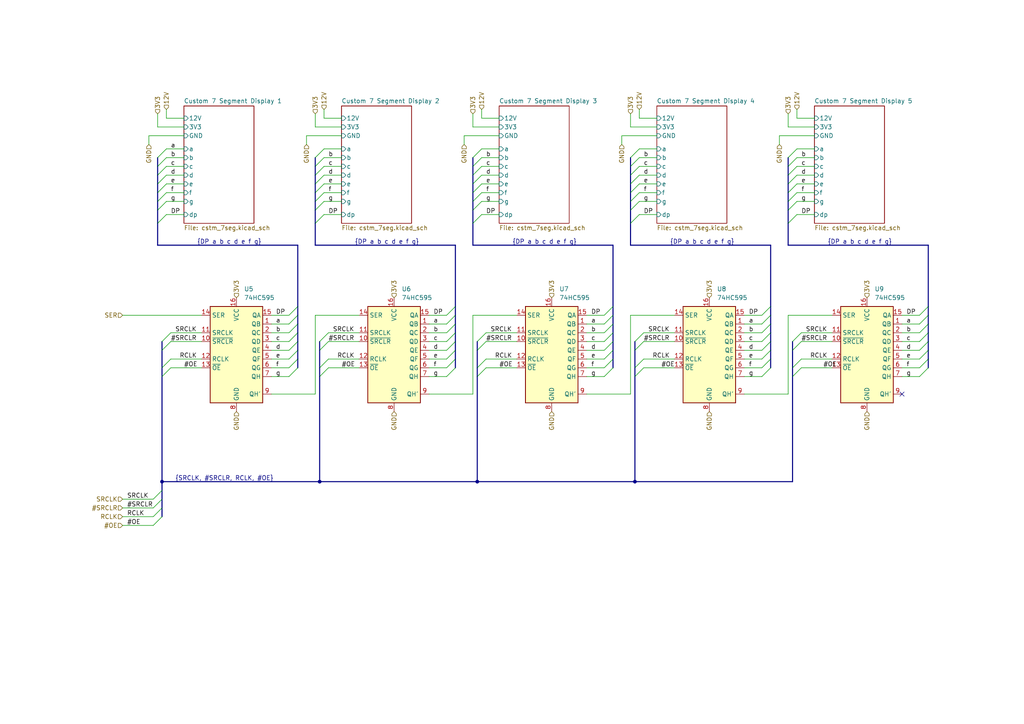
<source format=kicad_sch>
(kicad_sch (version 20231120) (generator "eeschema") (generator_version "8.0")
  (paper "A4")
  (title_block (title "Display") (date "2024-09-24") (rev "1.3") (company "Associació Cultural TGK") (comment 1 "Author: lluc"))
  (lib_symbols
    (symbol "74xx:74HC595"
      (property "Reference" "U" (at -7.62 13.97 0))
      (property "Value" "74HC595" (at -7.62 -16.51 0))
      (symbol "74HC595_1_0"
        (pin tri_state line (at 10.16 7.62 180) (length 2.54) (name "QB") (number "1"))
        (pin input line (at -10.16 2.54 0) (length 2.54) (name "~{SRCLR}") (number "10"))
        (pin input line (at -10.16 5.08 0) (length 2.54) (name "SRCLK") (number "11"))
        (pin input line (at -10.16 -2.54 0) (length 2.54) (name "RCLK") (number "12"))
        (pin input line (at -10.16 -5.08 0) (length 2.54) (name "~{OE}") (number "13"))
        (pin input line (at -10.16 10.16 0) (length 2.54) (name "SER") (number "14"))
        (pin tri_state line (at 10.16 10.16 180) (length 2.54) (name "QA") (number "15"))
        (pin power_in line (at 0 15.24 270) (length 2.54) (name "VCC") (number "16"))
        (pin tri_state line (at 10.16 5.08 180) (length 2.54) (name "QC") (number "2"))
        (pin tri_state line (at 10.16 2.54 180) (length 2.54) (name "QD") (number "3"))
        (pin tri_state line (at 10.16 0 180) (length 2.54) (name "QE") (number "4"))
        (pin tri_state line (at 10.16 -2.54 180) (length 2.54) (name "QF") (number "5"))
        (pin tri_state line (at 10.16 -5.08 180) (length 2.54) (name "QG") (number "6"))
        (pin tri_state line (at 10.16 -7.62 180) (length 2.54) (name "QH") (number "7"))
        (pin power_in line (at 0 -17.78 90) (length 2.54) (name "GND") (number "8"))
        (pin output line (at 10.16 -12.7 180) (length 2.54) (name "QH'") (number "9"))
      )
      (symbol "74HC595_1_1"
        (rectangle (start -7.62 12.7) (end 7.62 -15.24) (stroke (width 0.254)) (fill (type background)))
      )
    )
  )
  (junction (at 138.43 139.7))
  (junction (at 92.71 139.7))
  (junction (at 184.15 139.7))
  (junction (at 46.99 139.7))
  (no_connect (at 261.62 114.3))
  (bus_entry (at 175.26 106.68) (size 2.54 -2.54))
  (bus_entry (at 229.87 106.68) (size 2.54 -2.54))
  (bus_entry (at 184.15 109.22) (size 2.54 -2.54))
  (bus_entry (at 228.6 53.34) (size 2.54 -2.54))
  (bus_entry (at 92.71 109.22) (size 2.54 -2.54))
  (bus_entry (at 185.42 62.23) (size -2.54 2.54))
  (bus_entry (at 220.98 104.14) (size 2.54 -2.54))
  (bus_entry (at 184.15 101.6) (size 2.54 -2.54))
  (bus_entry (at 228.6 50.8) (size 2.54 -2.54))
  (bus_entry (at 83.82 93.98) (size 2.54 -2.54))
  (bus_entry (at 220.98 109.22) (size 2.54 -2.54))
  (bus_entry (at 175.26 93.98) (size 2.54 -2.54))
  (bus_entry (at 228.6 45.72) (size 2.54 -2.54))
  (bus_entry (at 175.26 109.22) (size 2.54 -2.54))
  (bus_entry (at 129.54 93.98) (size 2.54 -2.54))
  (bus_entry (at 220.98 93.98) (size 2.54 -2.54))
  (bus_entry (at 83.82 99.06) (size 2.54 -2.54))
  (bus_entry (at 137.16 50.8) (size 2.54 -2.54))
  (bus_entry (at 138.43 109.22) (size 2.54 -2.54))
  (bus_entry (at 231.14 62.23) (size -2.54 2.54))
  (bus_entry (at 137.16 53.34) (size 2.54 -2.54))
  (bus_entry (at 182.88 48.26) (size 2.54 -2.54))
  (bus_entry (at 83.82 101.6) (size 2.54 -2.54))
  (bus_entry (at 138.43 101.6) (size 2.54 -2.54))
  (bus_entry (at 182.88 60.96) (size 2.54 -2.54))
  (bus_entry (at 220.98 99.06) (size 2.54 -2.54))
  (bus_entry (at 182.88 50.8) (size 2.54 -2.54))
  (bus_entry (at 138.43 99.06) (size 2.54 -2.54))
  (bus_entry (at 220.98 106.68) (size 2.54 -2.54))
  (bus_entry (at 175.26 99.06) (size 2.54 -2.54))
  (bus_entry (at 45.72 58.42) (size 2.54 -2.54))
  (bus_entry (at 91.44 50.8) (size 2.54 -2.54))
  (bus_entry (at 266.7 93.98) (size 2.54 -2.54))
  (bus_entry (at 137.16 58.42) (size 2.54 -2.54))
  (bus_entry (at 266.7 99.06) (size 2.54 -2.54))
  (bus_entry (at 44.45 149.86) (size 2.54 -2.54))
  (bus_entry (at 129.54 104.14) (size 2.54 -2.54))
  (bus_entry (at 266.7 106.68) (size 2.54 -2.54))
  (bus_entry (at 45.72 55.88) (size 2.54 -2.54))
  (bus_entry (at 46.99 106.68) (size 2.54 -2.54))
  (bus_entry (at 44.45 147.32) (size 2.54 -2.54))
  (bus_entry (at 137.16 60.96) (size 2.54 -2.54))
  (bus_entry (at 184.15 106.68) (size 2.54 -2.54))
  (bus_entry (at 83.82 109.22) (size 2.54 -2.54))
  (bus_entry (at 137.16 55.88) (size 2.54 -2.54))
  (bus_entry (at 91.44 58.42) (size 2.54 -2.54))
  (bus_entry (at 139.7 62.23) (size -2.54 2.54))
  (bus_entry (at 45.72 50.8) (size 2.54 -2.54))
  (bus_entry (at 48.26 62.23) (size -2.54 2.54))
  (bus_entry (at 229.87 101.6) (size 2.54 -2.54))
  (bus_entry (at 44.45 152.4) (size 2.54 -2.54))
  (bus_entry (at 266.7 91.44) (size 2.54 -2.54))
  (bus_entry (at 91.44 45.72) (size 2.54 -2.54))
  (bus_entry (at 83.82 106.68) (size 2.54 -2.54))
  (bus_entry (at 45.72 45.72) (size 2.54 -2.54))
  (bus_entry (at 137.16 45.72) (size 2.54 -2.54))
  (bus_entry (at 175.26 96.52) (size 2.54 -2.54))
  (bus_entry (at 83.82 91.44) (size 2.54 -2.54))
  (bus_entry (at 137.16 48.26) (size 2.54 -2.54))
  (bus_entry (at 44.45 144.78) (size 2.54 -2.54))
  (bus_entry (at 228.6 48.26) (size 2.54 -2.54))
  (bus_entry (at 92.71 99.06) (size 2.54 -2.54))
  (bus_entry (at 229.87 109.22) (size 2.54 -2.54))
  (bus_entry (at 46.99 99.06) (size 2.54 -2.54))
  (bus_entry (at 228.6 60.96) (size 2.54 -2.54))
  (bus_entry (at 220.98 91.44) (size 2.54 -2.54))
  (bus_entry (at 45.72 60.96) (size 2.54 -2.54))
  (bus_entry (at 91.44 55.88) (size 2.54 -2.54))
  (bus_entry (at 92.71 101.6) (size 2.54 -2.54))
  (bus_entry (at 182.88 53.34) (size 2.54 -2.54))
  (bus_entry (at 220.98 101.6) (size 2.54 -2.54))
  (bus_entry (at 91.44 60.96) (size 2.54 -2.54))
  (bus_entry (at 184.15 99.06) (size 2.54 -2.54))
  (bus_entry (at 45.72 53.34) (size 2.54 -2.54))
  (bus_entry (at 129.54 106.68) (size 2.54 -2.54))
  (bus_entry (at 175.26 91.44) (size 2.54 -2.54))
  (bus_entry (at 266.7 101.6) (size 2.54 -2.54))
  (bus_entry (at 182.88 55.88) (size 2.54 -2.54))
  (bus_entry (at 83.82 96.52) (size 2.54 -2.54))
  (bus_entry (at 182.88 45.72) (size 2.54 -2.54))
  (bus_entry (at 229.87 99.06) (size 2.54 -2.54))
  (bus_entry (at 129.54 96.52) (size 2.54 -2.54))
  (bus_entry (at 175.26 104.14) (size 2.54 -2.54))
  (bus_entry (at 91.44 53.34) (size 2.54 -2.54))
  (bus_entry (at 129.54 91.44) (size 2.54 -2.54))
  (bus_entry (at 266.7 109.22) (size 2.54 -2.54))
  (bus_entry (at 46.99 109.22) (size 2.54 -2.54))
  (bus_entry (at 228.6 55.88) (size 2.54 -2.54))
  (bus_entry (at 129.54 101.6) (size 2.54 -2.54))
  (bus_entry (at 266.7 104.14) (size 2.54 -2.54))
  (bus_entry (at 93.98 62.23) (size -2.54 2.54))
  (bus_entry (at 138.43 106.68) (size 2.54 -2.54))
  (bus_entry (at 46.99 101.6) (size 2.54 -2.54))
  (bus_entry (at 220.98 96.52) (size 2.54 -2.54))
  (bus_entry (at 91.44 48.26) (size 2.54 -2.54))
  (bus_entry (at 129.54 99.06) (size 2.54 -2.54))
  (bus_entry (at 83.82 104.14) (size 2.54 -2.54))
  (bus_entry (at 45.72 48.26) (size 2.54 -2.54))
  (bus_entry (at 182.88 58.42) (size 2.54 -2.54))
  (bus_entry (at 266.7 96.52) (size 2.54 -2.54))
  (bus_entry (at 129.54 109.22) (size 2.54 -2.54))
  (bus_entry (at 92.71 106.68) (size 2.54 -2.54))
  (bus_entry (at 175.26 101.6) (size 2.54 -2.54))
  (bus_entry (at 228.6 58.42) (size 2.54 -2.54))
  (wire (pts (xy 266.7 91.44) (xy 261.62 91.44)))
  (wire (pts (xy 266.7 93.98) (xy 261.62 93.98)))
  (wire (pts (xy 43.18 39.37) (xy 53.34 39.37)))
  (bus (pts (xy 91.44 45.72) (xy 91.44 48.26)))
  (wire (pts (xy 49.53 96.52) (xy 58.42 96.52)))
  (wire (pts (xy 139.7 62.23) (xy 144.78 62.23)))
  (bus (pts (xy 184.15 109.22) (xy 184.15 139.7)))
  (wire (pts (xy 53.34 53.34) (xy 48.26 53.34)))
  (wire (pts (xy 78.74 106.68) (xy 83.82 106.68)))
  (wire (pts (xy 83.82 104.14) (xy 78.74 104.14)))
  (wire (pts (xy 129.54 104.14) (xy 124.46 104.14)))
  (wire (pts (xy 45.72 33.02) (xy 45.72 36.83)))
  (wire (pts (xy 93.98 55.88) (xy 99.06 55.88)))
  (wire (pts (xy 45.72 36.83) (xy 53.34 36.83)))
  (bus (pts (xy 177.8 104.14) (xy 177.8 106.68)))
  (wire (pts (xy 231.14 62.23) (xy 236.22 62.23)))
  (wire (pts (xy 78.74 101.6) (xy 83.82 101.6)))
  (wire (pts (xy 124.46 101.6) (xy 129.54 101.6)))
  (wire (pts (xy 180.34 41.91) (xy 180.34 39.37)))
  (wire (pts (xy 185.42 55.88) (xy 190.5 55.88)))
  (wire (pts (xy 137.16 114.3) (xy 137.16 91.44)))
  (bus (pts (xy 46.99 139.7) (xy 92.71 139.7)))
  (wire (pts (xy 190.5 48.26) (xy 185.42 48.26)))
  (wire (pts (xy 231.14 34.29) (xy 236.22 34.29)))
  (wire (pts (xy 232.41 96.52) (xy 241.3 96.52)))
  (bus (pts (xy 223.52 99.06) (xy 223.52 101.6)))
  (wire (pts (xy 35.56 152.4) (xy 44.45 152.4)))
  (wire (pts (xy 144.78 43.18) (xy 139.7 43.18)))
  (wire (pts (xy 134.62 39.37) (xy 144.78 39.37)))
  (wire (pts (xy 48.26 34.29) (xy 53.34 34.29)))
  (wire (pts (xy 228.6 114.3) (xy 228.6 91.44)))
  (bus (pts (xy 182.88 45.72) (xy 182.88 48.26)))
  (wire (pts (xy 48.26 50.8) (xy 53.34 50.8)))
  (bus (pts (xy 137.16 71.12) (xy 177.8 71.12)))
  (wire (pts (xy 139.7 45.72) (xy 144.78 45.72)))
  (wire (pts (xy 231.14 50.8) (xy 236.22 50.8)))
  (bus (pts (xy 92.71 109.22) (xy 92.71 139.7)))
  (wire (pts (xy 95.25 99.06) (xy 104.14 99.06)))
  (wire (pts (xy 144.78 53.34) (xy 139.7 53.34)))
  (wire (pts (xy 215.9 96.52) (xy 220.98 96.52)))
  (wire (pts (xy 83.82 99.06) (xy 78.74 99.06)))
  (bus (pts (xy 182.88 58.42) (xy 182.88 60.96)))
  (bus (pts (xy 132.08 101.6) (xy 132.08 104.14)))
  (wire (pts (xy 137.16 91.44) (xy 149.86 91.44)))
  (bus (pts (xy 177.8 96.52) (xy 177.8 99.06)))
  (bus (pts (xy 92.71 106.68) (xy 92.71 109.22)))
  (wire (pts (xy 88.9 41.91) (xy 88.9 39.37)))
  (bus (pts (xy 138.43 99.06) (xy 138.43 101.6)))
  (wire (pts (xy 236.22 53.34) (xy 231.14 53.34)))
  (wire (pts (xy 91.44 33.02) (xy 91.44 36.83)))
  (wire (pts (xy 215.9 101.6) (xy 220.98 101.6)))
  (wire (pts (xy 93.98 45.72) (xy 99.06 45.72)))
  (bus (pts (xy 91.44 53.34) (xy 91.44 55.88)))
  (bus (pts (xy 228.6 55.88) (xy 228.6 58.42)))
  (bus (pts (xy 45.72 53.34) (xy 45.72 55.88)))
  (bus (pts (xy 132.08 93.98) (xy 132.08 96.52)))
  (wire (pts (xy 190.5 53.34) (xy 185.42 53.34)))
  (wire (pts (xy 91.44 114.3) (xy 91.44 91.44)))
  (bus (pts (xy 182.88 64.77) (xy 182.88 71.12)))
  (wire (pts (xy 93.98 50.8) (xy 99.06 50.8)))
  (bus (pts (xy 45.72 60.96) (xy 45.72 64.77)))
  (bus (pts (xy 46.99 142.24) (xy 46.99 144.78)))
  (bus (pts (xy 86.36 99.06) (xy 86.36 101.6)))
  (bus (pts (xy 182.88 48.26) (xy 182.88 50.8)))
  (bus (pts (xy 132.08 99.06) (xy 132.08 101.6)))
  (wire (pts (xy 91.44 36.83) (xy 99.06 36.83)))
  (bus (pts (xy 45.72 45.72) (xy 45.72 48.26)))
  (wire (pts (xy 175.26 104.14) (xy 170.18 104.14)))
  (wire (pts (xy 226.06 41.91) (xy 226.06 39.37)))
  (wire (pts (xy 93.98 31.75) (xy 93.98 34.29)))
  (wire (pts (xy 129.54 99.06) (xy 124.46 99.06)))
  (bus (pts (xy 86.36 91.44) (xy 86.36 93.98)))
  (bus (pts (xy 228.6 50.8) (xy 228.6 53.34)))
  (wire (pts (xy 175.26 93.98) (xy 170.18 93.98)))
  (wire (pts (xy 137.16 36.83) (xy 144.78 36.83)))
  (wire (pts (xy 185.42 45.72) (xy 190.5 45.72)))
  (wire (pts (xy 48.26 45.72) (xy 53.34 45.72)))
  (bus (pts (xy 223.52 101.6) (xy 223.52 104.14)))
  (bus (pts (xy 269.24 101.6) (xy 269.24 104.14)))
  (bus (pts (xy 229.87 99.06) (xy 229.87 101.6)))
  (wire (pts (xy 91.44 91.44) (xy 104.14 91.44)))
  (wire (pts (xy 220.98 109.22) (xy 215.9 109.22)))
  (bus (pts (xy 132.08 104.14) (xy 132.08 106.68)))
  (wire (pts (xy 144.78 48.26) (xy 139.7 48.26)))
  (wire (pts (xy 226.06 39.37) (xy 236.22 39.37)))
  (wire (pts (xy 175.26 99.06) (xy 170.18 99.06)))
  (wire (pts (xy 93.98 62.23) (xy 99.06 62.23)))
  (wire (pts (xy 35.56 91.44) (xy 58.42 91.44)))
  (bus (pts (xy 86.36 88.9) (xy 86.36 91.44)))
  (wire (pts (xy 170.18 114.3) (xy 182.88 114.3)))
  (bus (pts (xy 223.52 88.9) (xy 223.52 91.44)))
  (bus (pts (xy 177.8 101.6) (xy 177.8 104.14)))
  (bus (pts (xy 86.36 101.6) (xy 86.36 104.14)))
  (wire (pts (xy 139.7 50.8) (xy 144.78 50.8)))
  (bus (pts (xy 223.52 91.44) (xy 223.52 93.98)))
  (bus (pts (xy 137.16 45.72) (xy 137.16 48.26)))
  (bus (pts (xy 269.24 91.44) (xy 269.24 93.98)))
  (wire (pts (xy 129.54 91.44) (xy 124.46 91.44)))
  (wire (pts (xy 48.26 62.23) (xy 53.34 62.23)))
  (bus (pts (xy 138.43 109.22) (xy 138.43 139.7)))
  (wire (pts (xy 215.9 106.68) (xy 220.98 106.68)))
  (wire (pts (xy 182.88 36.83) (xy 190.5 36.83)))
  (wire (pts (xy 175.26 91.44) (xy 170.18 91.44)))
  (bus (pts (xy 182.88 50.8) (xy 182.88 53.34)))
  (wire (pts (xy 53.34 58.42) (xy 48.26 58.42)))
  (wire (pts (xy 236.22 58.42) (xy 231.14 58.42)))
  (wire (pts (xy 134.62 41.91) (xy 134.62 39.37)))
  (wire (pts (xy 170.18 106.68) (xy 175.26 106.68)))
  (bus (pts (xy 182.88 55.88) (xy 182.88 58.42)))
  (wire (pts (xy 232.41 104.14) (xy 241.3 104.14)))
  (wire (pts (xy 182.88 114.3) (xy 182.88 91.44)))
  (wire (pts (xy 93.98 34.29) (xy 99.06 34.29)))
  (wire (pts (xy 137.16 33.02) (xy 137.16 36.83)))
  (wire (pts (xy 99.06 58.42) (xy 93.98 58.42)))
  (wire (pts (xy 124.46 96.52) (xy 129.54 96.52)))
  (wire (pts (xy 95.25 96.52) (xy 104.14 96.52)))
  (bus (pts (xy 177.8 93.98) (xy 177.8 96.52)))
  (wire (pts (xy 182.88 33.02) (xy 182.88 36.83)))
  (bus (pts (xy 177.8 71.12) (xy 177.8 88.9)))
  (bus (pts (xy 228.6 45.72) (xy 228.6 48.26)))
  (wire (pts (xy 182.88 91.44) (xy 195.58 91.44)))
  (bus (pts (xy 229.87 109.22) (xy 229.87 139.7)))
  (wire (pts (xy 140.97 106.68) (xy 149.86 106.68)))
  (bus (pts (xy 269.24 93.98) (xy 269.24 96.52)))
  (bus (pts (xy 184.15 106.68) (xy 184.15 109.22)))
  (bus (pts (xy 45.72 58.42) (xy 45.72 60.96)))
  (bus (pts (xy 46.99 147.32) (xy 46.99 149.86)))
  (wire (pts (xy 83.82 91.44) (xy 78.74 91.44)))
  (wire (pts (xy 170.18 96.52) (xy 175.26 96.52)))
  (wire (pts (xy 140.97 104.14) (xy 149.86 104.14)))
  (wire (pts (xy 228.6 36.83) (xy 236.22 36.83)))
  (wire (pts (xy 49.53 99.06) (xy 58.42 99.06)))
  (wire (pts (xy 236.22 48.26) (xy 231.14 48.26)))
  (wire (pts (xy 99.06 53.34) (xy 93.98 53.34)))
  (wire (pts (xy 78.74 114.3) (xy 91.44 114.3)))
  (bus (pts (xy 269.24 99.06) (xy 269.24 101.6)))
  (wire (pts (xy 186.69 106.68) (xy 195.58 106.68)))
  (bus (pts (xy 45.72 55.88) (xy 45.72 58.42)))
  (bus (pts (xy 91.44 50.8) (xy 91.44 53.34)))
  (wire (pts (xy 140.97 96.52) (xy 149.86 96.52)))
  (wire (pts (xy 220.98 104.14) (xy 215.9 104.14)))
  (bus (pts (xy 182.88 71.12) (xy 223.52 71.12)))
  (wire (pts (xy 88.9 39.37) (xy 99.06 39.37)))
  (wire (pts (xy 139.7 55.88) (xy 144.78 55.88)))
  (wire (pts (xy 49.53 106.68) (xy 58.42 106.68)))
  (bus (pts (xy 182.88 60.96) (xy 182.88 64.77)))
  (bus (pts (xy 46.99 99.06) (xy 46.99 101.6)))
  (wire (pts (xy 144.78 58.42) (xy 139.7 58.42)))
  (bus (pts (xy 45.72 71.12) (xy 86.36 71.12)))
  (bus (pts (xy 86.36 93.98) (xy 86.36 96.52)))
  (bus (pts (xy 91.44 55.88) (xy 91.44 58.42)))
  (bus (pts (xy 92.71 101.6) (xy 92.71 106.68)))
  (wire (pts (xy 99.06 43.18) (xy 93.98 43.18)))
  (wire (pts (xy 185.42 50.8) (xy 190.5 50.8)))
  (bus (pts (xy 182.88 53.34) (xy 182.88 55.88)))
  (wire (pts (xy 236.22 43.18) (xy 231.14 43.18)))
  (wire (pts (xy 48.26 31.75) (xy 48.26 34.29)))
  (wire (pts (xy 266.7 109.22) (xy 261.62 109.22)))
  (wire (pts (xy 139.7 34.29) (xy 144.78 34.29)))
  (wire (pts (xy 228.6 91.44) (xy 241.3 91.44)))
  (bus (pts (xy 91.44 48.26) (xy 91.44 50.8)))
  (bus (pts (xy 92.71 139.7) (xy 138.43 139.7)))
  (wire (pts (xy 266.7 104.14) (xy 261.62 104.14)))
  (wire (pts (xy 266.7 99.06) (xy 261.62 99.06)))
  (wire (pts (xy 261.62 106.68) (xy 266.7 106.68)))
  (bus (pts (xy 184.15 101.6) (xy 184.15 106.68)))
  (wire (pts (xy 53.34 43.18) (xy 48.26 43.18)))
  (bus (pts (xy 269.24 88.9) (xy 269.24 91.44)))
  (bus (pts (xy 138.43 139.7) (xy 184.15 139.7)))
  (wire (pts (xy 83.82 109.22) (xy 78.74 109.22)))
  (wire (pts (xy 232.41 99.06) (xy 241.3 99.06)))
  (bus (pts (xy 91.44 60.96) (xy 91.44 64.77)))
  (bus (pts (xy 223.52 96.52) (xy 223.52 99.06)))
  (wire (pts (xy 35.56 149.86) (xy 44.45 149.86)))
  (wire (pts (xy 231.14 31.75) (xy 231.14 34.29)))
  (bus (pts (xy 229.87 101.6) (xy 229.87 106.68)))
  (bus (pts (xy 137.16 48.26) (xy 137.16 50.8)))
  (bus (pts (xy 132.08 71.12) (xy 132.08 88.9)))
  (bus (pts (xy 46.99 144.78) (xy 46.99 147.32)))
  (bus (pts (xy 269.24 71.12) (xy 269.24 88.9)))
  (wire (pts (xy 220.98 93.98) (xy 215.9 93.98)))
  (bus (pts (xy 177.8 99.06) (xy 177.8 101.6)))
  (wire (pts (xy 43.18 41.91) (xy 43.18 39.37)))
  (wire (pts (xy 78.74 96.52) (xy 83.82 96.52)))
  (bus (pts (xy 86.36 96.52) (xy 86.36 99.06)))
  (bus (pts (xy 45.72 48.26) (xy 45.72 50.8)))
  (bus (pts (xy 228.6 48.26) (xy 228.6 50.8)))
  (bus (pts (xy 86.36 104.14) (xy 86.36 106.68)))
  (wire (pts (xy 185.42 62.23) (xy 190.5 62.23)))
  (bus (pts (xy 223.52 71.12) (xy 223.52 88.9)))
  (wire (pts (xy 129.54 93.98) (xy 124.46 93.98)))
  (wire (pts (xy 190.5 43.18) (xy 185.42 43.18)))
  (bus (pts (xy 223.52 93.98) (xy 223.52 96.52)))
  (bus (pts (xy 137.16 55.88) (xy 137.16 58.42)))
  (wire (pts (xy 232.41 106.68) (xy 241.3 106.68)))
  (wire (pts (xy 140.97 99.06) (xy 149.86 99.06)))
  (wire (pts (xy 228.6 33.02) (xy 228.6 36.83)))
  (wire (pts (xy 186.69 104.14) (xy 195.58 104.14)))
  (wire (pts (xy 83.82 93.98) (xy 78.74 93.98)))
  (wire (pts (xy 99.06 48.26) (xy 93.98 48.26)))
  (wire (pts (xy 49.53 104.14) (xy 58.42 104.14)))
  (bus (pts (xy 46.99 139.7) (xy 46.99 142.24)))
  (bus (pts (xy 228.6 71.12) (xy 269.24 71.12)))
  (bus (pts (xy 269.24 104.14) (xy 269.24 106.68)))
  (bus (pts (xy 46.99 101.6) (xy 46.99 106.68)))
  (wire (pts (xy 53.34 48.26) (xy 48.26 48.26)))
  (wire (pts (xy 261.62 101.6) (xy 266.7 101.6)))
  (bus (pts (xy 86.36 71.12) (xy 86.36 88.9)))
  (bus (pts (xy 91.44 58.42) (xy 91.44 60.96)))
  (bus (pts (xy 184.15 99.06) (xy 184.15 101.6)))
  (wire (pts (xy 175.26 109.22) (xy 170.18 109.22)))
  (bus (pts (xy 177.8 88.9) (xy 177.8 91.44)))
  (bus (pts (xy 137.16 60.96) (xy 137.16 64.77)))
  (wire (pts (xy 35.56 147.32) (xy 44.45 147.32)))
  (bus (pts (xy 91.44 71.12) (xy 132.08 71.12)))
  (wire (pts (xy 220.98 91.44) (xy 215.9 91.44)))
  (bus (pts (xy 137.16 64.77) (xy 137.16 71.12)))
  (wire (pts (xy 124.46 106.68) (xy 129.54 106.68)))
  (wire (pts (xy 170.18 101.6) (xy 175.26 101.6)))
  (bus (pts (xy 46.99 106.68) (xy 46.99 109.22)))
  (bus (pts (xy 228.6 64.77) (xy 228.6 71.12)))
  (wire (pts (xy 35.56 144.78) (xy 44.45 144.78)))
  (wire (pts (xy 95.25 104.14) (xy 104.14 104.14)))
  (bus (pts (xy 229.87 106.68) (xy 229.87 109.22)))
  (bus (pts (xy 269.24 96.52) (xy 269.24 99.06)))
  (bus (pts (xy 184.15 139.7) (xy 229.87 139.7)))
  (wire (pts (xy 48.26 55.88) (xy 53.34 55.88)))
  (wire (pts (xy 261.62 96.52) (xy 266.7 96.52)))
  (bus (pts (xy 137.16 58.42) (xy 137.16 60.96)))
  (wire (pts (xy 95.25 106.68) (xy 104.14 106.68)))
  (bus (pts (xy 92.71 99.06) (xy 92.71 101.6)))
  (bus (pts (xy 177.8 91.44) (xy 177.8 93.98)))
  (bus (pts (xy 137.16 50.8) (xy 137.16 53.34)))
  (bus (pts (xy 228.6 53.34) (xy 228.6 55.88)))
  (bus (pts (xy 45.72 64.77) (xy 45.72 71.12)))
  (bus (pts (xy 91.44 64.77) (xy 91.44 71.12)))
  (bus (pts (xy 132.08 96.52) (xy 132.08 99.06)))
  (wire (pts (xy 215.9 114.3) (xy 228.6 114.3)))
  (wire (pts (xy 124.46 114.3) (xy 137.16 114.3)))
  (wire (pts (xy 185.42 34.29) (xy 190.5 34.29)))
  (wire (pts (xy 139.7 31.75) (xy 139.7 34.29)))
  (bus (pts (xy 132.08 88.9) (xy 132.08 91.44)))
  (bus (pts (xy 138.43 101.6) (xy 138.43 106.68)))
  (wire (pts (xy 186.69 96.52) (xy 195.58 96.52)))
  (wire (pts (xy 185.42 31.75) (xy 185.42 34.29)))
  (bus (pts (xy 228.6 58.42) (xy 228.6 60.96)))
  (wire (pts (xy 190.5 58.42) (xy 185.42 58.42)))
  (wire (pts (xy 186.69 99.06) (xy 195.58 99.06)))
  (bus (pts (xy 223.52 104.14) (xy 223.52 106.68)))
  (bus (pts (xy 138.43 106.68) (xy 138.43 109.22)))
  (wire (pts (xy 231.14 45.72) (xy 236.22 45.72)))
  (wire (pts (xy 231.14 55.88) (xy 236.22 55.88)))
  (wire (pts (xy 220.98 99.06) (xy 215.9 99.06)))
  (bus (pts (xy 137.16 53.34) (xy 137.16 55.88)))
  (bus (pts (xy 46.99 109.22) (xy 46.99 139.7)))
  (wire (pts (xy 129.54 109.22) (xy 124.46 109.22)))
  (bus (pts (xy 132.08 91.44) (xy 132.08 93.98)))
  (wire (pts (xy 180.34 39.37) (xy 190.5 39.37)))
  (bus (pts (xy 228.6 60.96) (xy 228.6 64.77)))
  (bus (pts (xy 45.72 50.8) (xy 45.72 53.34)))
  (label "a" (at 262.89 93.98 0))
  (label "#SRCLR" (at 140.97 99.06 0))
  (label "g" (at 262.89 109.22 0))
  (label "g" (at 232.41 58.42 0))
  (label "b" (at 125.73 96.52 0))
  (label "DP" (at 49.53 62.23 0))
  (label "DP" (at 171.45 91.44 0))
  (label "f" (at 232.41 55.88 0))
  (label "#SRCLR" (at 95.25 99.06 0))
  (label "{DP a b c d e f g}" (at 194.31 71.12 0))
  (label "d" (at 95.25 50.8 0))
  (label "f" (at 80.01 106.68 0))
  (label "c" (at 262.89 99.06 0))
  (label "f" (at 49.53 55.88 0))
  (label "b" (at 217.17 96.52 0))
  (label "c" (at 217.17 99.06 0))
  (label "DP" (at 232.41 62.23 0))
  (label "a" (at 125.73 93.98 0))
  (label "a" (at 80.01 93.98 0))
  (label "e" (at 262.89 104.14 0))
  (label "SRCLK" (at 233.68 96.52 0))
  (label "b" (at 80.01 96.52 0))
  (label "e" (at 171.45 104.14 0))
  (label "g" (at 49.53 58.42 0))
  (label "f" (at 186.69 55.88 0))
  (label "#SRCLR" (at 36.83 147.32 0))
  (label "SRCLK" (at 142.24 96.52 0))
  (label "e" (at 217.17 104.14 0))
  (label "b" (at 186.69 45.72 0))
  (label "b" (at 49.53 45.72 0))
  (label "f" (at 262.89 106.68 0))
  (label "c" (at 95.25 48.26 0))
  (label "d" (at 262.89 101.6 0))
  (label "{DP a b c d e f g}" (at 57.15 71.12 0))
  (label "e" (at 186.69 53.34 0))
  (label "a" (at 171.45 93.98 0))
  (label "g" (at 171.45 109.22 0))
  (label "e" (at 95.25 53.34 0))
  (label "SRCLK" (at 36.83 144.78 0))
  (label "RCLK" (at 234.95 104.14 0))
  (label "f" (at 125.73 106.68 0))
  (label "d" (at 232.41 50.8 0))
  (label "DP" (at 217.17 91.44 0))
  (label "d" (at 217.17 101.6 0))
  (label "SRCLK" (at 96.52 96.52 0))
  (label "DP" (at 95.25 62.23 0))
  (label "g" (at 140.97 58.42 0))
  (label "#SRCLR" (at 232.41 99.06 0))
  (label "g" (at 95.25 58.42 0))
  (label "g" (at 186.69 58.42 0))
  (label "#OE" (at 144.78 106.68 0))
  (label "RCLK" (at 36.83 149.86 0))
  (label "DP" (at 186.69 62.23 0))
  (label "{DP a b c d e f g}" (at 240.03 71.12 0))
  (label "c" (at 186.69 48.26 0))
  (label "DP" (at 140.97 62.23 0))
  (label "#SRCLR" (at 49.53 99.06 0))
  (label "#OE" (at 99.06 106.68 0))
  (label "d" (at 80.01 101.6 0))
  (label "g" (at 80.01 109.22 0))
  (label "f" (at 140.97 55.88 0))
  (label "b" (at 262.89 96.52 0))
  (label "RCLK" (at 52.07 104.14 0))
  (label "e" (at 140.97 53.34 0))
  (label "e" (at 80.01 104.14 0))
  (label "d" (at 140.97 50.8 0))
  (label "#OE" (at 53.34 106.68 0))
  (label "{SRCLK, #SRCLR, RCLK, #OE}" (at 50.8 139.7 0))
  (label "e" (at 232.41 53.34 0))
  (label "RCLK" (at 97.79 104.14 0))
  (label "d" (at 49.53 50.8 0))
  (label "{DP a b c d e f g}" (at 148.59 71.12 0))
  (label "g" (at 125.73 109.22 0))
  (label "d" (at 125.73 101.6 0))
  (label "#OE" (at 191.77 106.68 0))
  (label "c" (at 232.41 48.26 0))
  (label "DP" (at 80.01 91.44 0))
  (label "c" (at 80.01 99.06 0))
  (label "a" (at 49.53 43.18 0))
  (label "e" (at 125.73 104.14 0))
  (label "e" (at 49.53 53.34 0))
  (label "f" (at 171.45 106.68 0))
  (label "SRCLK" (at 50.8 96.52 0))
  (label "#SRCLR" (at 186.69 99.06 0))
  (label "b" (at 232.41 45.72 0))
  (label "#OE" (at 238.76 106.68 0))
  (label "DP" (at 125.73 91.44 0))
  (label "b" (at 140.97 45.72 0))
  (label "f" (at 95.25 55.88 0))
  (label "a" (at 217.17 93.98 0))
  (label "RCLK" (at 189.23 104.14 0))
  (label "b" (at 171.45 96.52 0))
  (label "g" (at 217.17 109.22 0))
  (label "{DP a b c d e f g}" (at 102.87 71.12 0))
  (label "d" (at 186.69 50.8 0))
  (label "c" (at 171.45 99.06 0))
  (label "d" (at 171.45 101.6 0))
  (label "c" (at 125.73 99.06 0))
  (label "#OE" (at 36.83 152.4 0))
  (label "RCLK" (at 143.51 104.14 0))
  (label "c" (at 49.53 48.26 0))
  (label "f" (at 217.17 106.68 0))
  (label "SRCLK" (at 187.96 96.52 0))
  (label "b" (at 95.25 45.72 0))
  (label "c" (at 140.97 48.26 0))
  (label "DP" (at 262.89 91.44 0))
  (hierarchical_label "3V3" (shape input) (at 160.02 86.36 90))
  (hierarchical_label "3V3" (shape input) (at 45.72 33.02 90))
  (hierarchical_label "RCLK" (shape input) (at 35.56 149.86 180))
  (hierarchical_label "12V" (shape input) (at 231.14 31.75 90))
  (hierarchical_label "GND" (shape input) (at 160.02 119.38 270))
  (hierarchical_label "12V" (shape input) (at 93.98 31.75 90))
  (hierarchical_label "3V3" (shape input) (at 205.74 86.36 90))
  (hierarchical_label "12V" (shape input) (at 48.26 31.75 90))
  (hierarchical_label "3V3" (shape input) (at 68.58 86.36 90))
  (hierarchical_label "GND" (shape input) (at 226.06 41.91 270))
  (hierarchical_label "GND" (shape input) (at 114.3 119.38 270))
  (hierarchical_label "GND" (shape input) (at 180.34 41.91 270))
  (hierarchical_label "3V3" (shape input) (at 251.46 86.36 90))
  (hierarchical_label "3V3" (shape input) (at 228.6 33.02 90))
  (hierarchical_label "GND" (shape input) (at 205.74 119.38 270))
  (hierarchical_label "#OE" (shape input) (at 35.56 152.4 180))
  (hierarchical_label "3V3" (shape input) (at 91.44 33.02 90))
  (hierarchical_label "SRCLK" (shape input) (at 35.56 144.78 180))
  (hierarchical_label "3V3" (shape input) (at 182.88 33.02 90))
  (hierarchical_label "3V3" (shape input) (at 137.16 33.02 90))
  (hierarchical_label "#SRCLR" (shape input) (at 35.56 147.32 180))
  (hierarchical_label "GND" (shape input) (at 43.18 41.91 270))
  (hierarchical_label "GND" (shape input) (at 88.9 41.91 270))
  (hierarchical_label "GND" (shape input) (at 134.62 41.91 270))
  (hierarchical_label "3V3" (shape input) (at 114.3 86.36 90))
  (hierarchical_label "SER" (shape input) (at 35.56 91.44 180))
  (hierarchical_label "12V" (shape input) (at 139.7 31.75 90))
  (hierarchical_label "GND" (shape input) (at 68.58 119.38 270))
  (hierarchical_label "GND" (shape input) (at 251.46 119.38 270))
  (hierarchical_label "12V" (shape input) (at 185.42 31.75 90))
  (symbol (lib_id "74xx:74HC595") (at 251.46 101.6 0) (unit 1)
    (property "Reference" "U9" (at 253.6541 83.82 0) (effects (justify left)))
    (property "Value" "74HC595" (at 253.6541 86.36 0) (effects (justify left)))
    (property "Datasheet" "http://www.ti.com/lit/ds/symlink/sn74hc595.pdf" (effects (hide yes)))
    (property "Description" "8-bit serial in/out Shift Register 3-State Outputs" (effects (hide yes)))
  )
  (symbol (lib_id "74xx:74HC595") (at 114.3 101.6 0) (unit 1)
    (property "Reference" "U6" (at 116.4941 83.82 0) (effects (justify left)))
    (property "Value" "74HC595" (at 116.4941 86.36 0) (effects (justify left)))
    (property "Datasheet" "http://www.ti.com/lit/ds/symlink/sn74hc595.pdf" (effects (hide yes)))
    (property "Description" "8-bit serial in/out Shift Register 3-State Outputs" (effects (hide yes)))
  )
  (symbol (lib_id "74xx:74HC595") (at 68.58 101.6 0) (unit 1)
    (property "Reference" "U5" (at 70.7741 83.82 0) (effects (justify left)))
    (property "Value" "74HC595" (at 70.7741 86.36 0) (effects (justify left)))
    (property "Datasheet" "http://www.ti.com/lit/ds/symlink/sn74hc595.pdf" (effects (hide yes)))
    (property "Description" "8-bit serial in/out Shift Register 3-State Outputs" (effects (hide yes)))
  )
  (symbol (lib_id "74xx:74HC595") (at 205.74 101.6 0) (unit 1)
    (property "Reference" "U8" (at 207.9341 83.82 0) (effects (justify left)))
    (property "Value" "74HC595" (at 207.9341 86.36 0) (effects (justify left)))
    (property "Datasheet" "http://www.ti.com/lit/ds/symlink/sn74hc595.pdf" (effects (hide yes)))
    (property "Description" "8-bit serial in/out Shift Register 3-State Outputs" (effects (hide yes)))
  )
  (symbol (lib_id "74xx:74HC595") (at 160.02 101.6 0) (unit 1)
    (property "Reference" "U7" (at 162.2141 83.82 0) (effects (justify left)))
    (property "Value" "74HC595" (at 162.2141 86.36 0) (effects (justify left)))
    (property "Datasheet" "http://www.ti.com/lit/ds/symlink/sn74hc595.pdf" (effects (hide yes)))
    (property "Description" "8-bit serial in/out Shift Register 3-State Outputs" (effects (hide yes)))
  )
  (sheet (at 144.78 30.734) (size 20.32 34.036) (stroke (width 0.1524))
    (property "Sheetname" "Custom 7 Segment Display 3" (at 144.78 30.0224 0) (effects (justify left bottom)))
    (property "Sheetfile" "cstm_7seg.kicad_sch" (at 144.78 65.3546 0) (effects (justify left top)))
    (pin "12V" input (at 144.78 34.29 180))
    (pin "d" input (at 144.78 50.8 180))
    (pin "b" input (at 144.78 45.72 180))
    (pin "c" input (at 144.78 48.26 180))
    (pin "a" input (at 144.78 43.18 180))
    (pin "e" input (at 144.78 53.34 180))
    (pin "f" input (at 144.78 55.88 180))
    (pin "dp" input (at 144.78 62.23 180))
    (pin "g" input (at 144.78 58.42 180))
    (pin "3V3" input (at 144.78 36.83 180))
    (pin "GND" input (at 144.78 39.37 180))
  )
  (sheet (at 99.06 30.734) (size 20.32 34.036) (stroke (width 0.1524))
    (property "Sheetname" "Custom 7 Segment Display 2" (at 99.06 30.0224 0) (effects (justify left bottom)))
    (property "Sheetfile" "cstm_7seg.kicad_sch" (at 99.06 65.3546 0) (effects (justify left top)))
    (pin "12V" input (at 99.06 34.29 180))
    (pin "d" input (at 99.06 50.8 180))
    (pin "b" input (at 99.06 45.72 180))
    (pin "c" input (at 99.06 48.26 180))
    (pin "a" input (at 99.06 43.18 180))
    (pin "e" input (at 99.06 53.34 180))
    (pin "f" input (at 99.06 55.88 180))
    (pin "dp" input (at 99.06 62.23 180))
    (pin "g" input (at 99.06 58.42 180))
    (pin "3V3" input (at 99.06 36.83 180))
    (pin "GND" input (at 99.06 39.37 180))
  )
  (sheet (at 190.5 30.734) (size 20.32 34.036) (stroke (width 0.1524))
    (property "Sheetname" "Custom 7 Segment Display 4" (at 190.5 30.0224 0) (effects (justify left bottom)))
    (property "Sheetfile" "cstm_7seg.kicad_sch" (at 190.5 65.3546 0) (effects (justify left top)))
    (pin "12V" input (at 190.5 34.29 180))
    (pin "d" input (at 190.5 50.8 180))
    (pin "b" input (at 190.5 45.72 180))
    (pin "c" input (at 190.5 48.26 180))
    (pin "a" input (at 190.5 43.18 180))
    (pin "e" input (at 190.5 53.34 180))
    (pin "f" input (at 190.5 55.88 180))
    (pin "dp" input (at 190.5 62.23 180))
    (pin "g" input (at 190.5 58.42 180))
    (pin "3V3" input (at 190.5 36.83 180))
    (pin "GND" input (at 190.5 39.37 180))
  )
  (sheet (at 53.34 30.734) (size 20.32 34.036) (stroke (width 0.1524))
    (property "Sheetname" "Custom 7 Segment Display 1" (at 53.34 30.0224 0) (effects (justify left bottom)))
    (property "Sheetfile" "cstm_7seg.kicad_sch" (at 53.34 65.3546 0) (effects (justify left top)))
    (pin "12V" input (at 53.34 34.29 180))
    (pin "d" input (at 53.34 50.8 180))
    (pin "b" input (at 53.34 45.72 180))
    (pin "c" input (at 53.34 48.26 180))
    (pin "a" input (at 53.34 43.18 180))
    (pin "e" input (at 53.34 53.34 180))
    (pin "f" input (at 53.34 55.88 180))
    (pin "dp" input (at 53.34 62.23 180))
    (pin "g" input (at 53.34 58.42 180))
    (pin "3V3" input (at 53.34 36.83 180))
    (pin "GND" input (at 53.34 39.37 180))
  )
  (sheet (at 236.22 30.734) (size 20.32 34.036) (stroke (width 0.1524))
    (property "Sheetname" "Custom 7 Segment Display 5" (at 236.22 30.0224 0) (effects (justify left bottom)))
    (property "Sheetfile" "cstm_7seg.kicad_sch" (at 236.22 65.3546 0) (effects (justify left top)))
    (pin "12V" input (at 236.22 34.29 180))
    (pin "d" input (at 236.22 50.8 180))
    (pin "b" input (at 236.22 45.72 180))
    (pin "c" input (at 236.22 48.26 180))
    (pin "a" input (at 236.22 43.18 180))
    (pin "e" input (at 236.22 53.34 180))
    (pin "f" input (at 236.22 55.88 180))
    (pin "dp" input (at 236.22 62.23 180))
    (pin "g" input (at 236.22 58.42 180))
    (pin "3V3" input (at 236.22 36.83 180))
    (pin "GND" input (at 236.22 39.37 180))
  )
)
</source>
